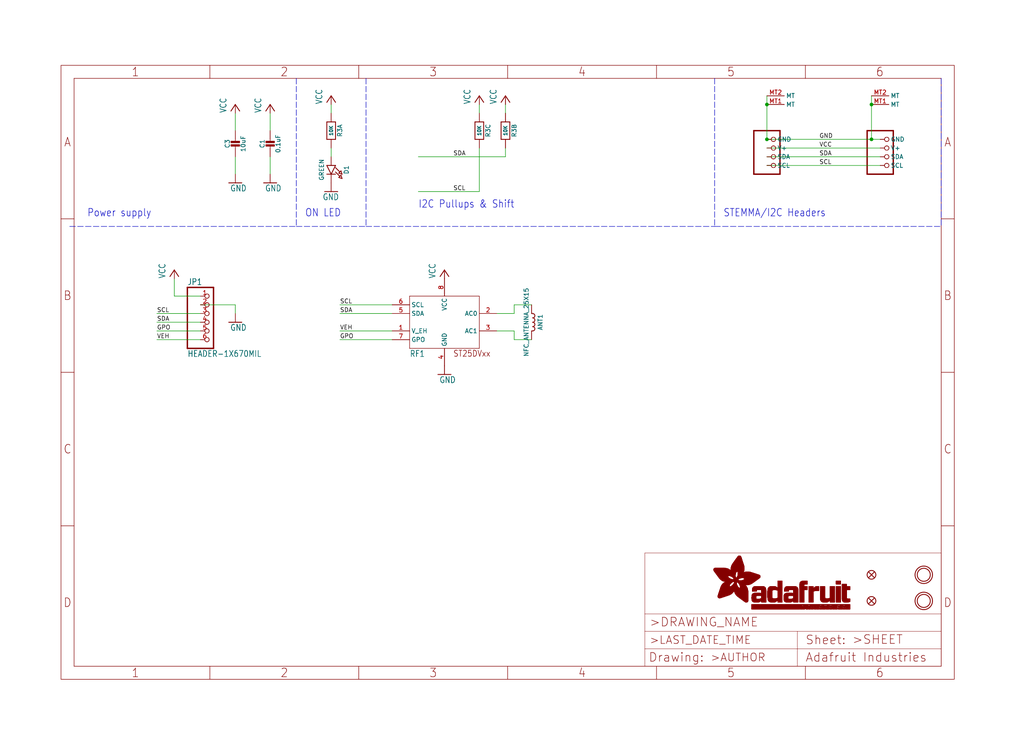
<source format=kicad_sch>
(kicad_sch (version 20211123) (generator eeschema)
  (paper "User" 298.45 217.881)
  (lib_symbols
    (symbol "eagleSchem-eagle-import:CAP_CERAMIC0603_NO"
      (property "Reference" "C" (at -2.29 1.25 90))
      (property "Value" "CAP_CERAMIC0603_NO" (at 2.3 1.25 90))
      (symbol "CAP_CERAMIC0603_NO_1_0"
        (pin passive line (at 0 5.08 270) (length 2.54) (name "1") (number "1"))
        (pin passive line (at 0 -2.54 90) (length 2.54) (name "2") (number "2"))
      )
    )
    (symbol "eagleSchem-eagle-import:CAP_CERAMIC0805-NOOUTLINE"
      (property "Reference" "C" (at -2.29 1.25 90))
      (property "Value" "CAP_CERAMIC0805-NOOUTLINE" (at 2.3 1.25 90))
      (symbol "CAP_CERAMIC0805-NOOUTLINE_1_0"
        (pin passive line (at 0 5.08 270) (length 2.54) (name "1") (number "1"))
        (pin passive line (at 0 -2.54 90) (length 2.54) (name "2") (number "2"))
      )
    )
    (symbol "eagleSchem-eagle-import:FIDUCIAL_1MM")
    (symbol "eagleSchem-eagle-import:FRAME_A4_ADAFRUIT"
      (symbol "FRAME_A4_ADAFRUIT_1_0"
        (text "1" (at 21.6958 1.905 0) (effects (font (size 2.54 2.286))))
        (text "1" (at 21.6958 177.165 0) (effects (font (size 2.54 2.286))))
        (text "2" (at 65.0875 1.905 0) (effects (font (size 2.54 2.286))))
        (text "2" (at 65.0875 177.165 0) (effects (font (size 2.54 2.286))))
        (text "3" (at 108.4792 1.905 0) (effects (font (size 2.54 2.286))))
        (text "3" (at 108.4792 177.165 0) (effects (font (size 2.54 2.286))))
        (text "4" (at 151.8708 1.905 0) (effects (font (size 2.54 2.286))))
        (text "4" (at 151.8708 177.165 0) (effects (font (size 2.54 2.286))))
        (text "5" (at 195.2625 1.905 0) (effects (font (size 2.54 2.286))))
        (text "5" (at 195.2625 177.165 0) (effects (font (size 2.54 2.286))))
        (text "6" (at 238.6542 1.905 0) (effects (font (size 2.54 2.286))))
        (text "6" (at 238.6542 177.165 0) (effects (font (size 2.54 2.286))))
        (text ">AUTHOR" (at 189.23 5.08 0) (effects (font (size 2.286 2.286)) (justify left bottom)))
        (text ">DRAWING_NAME" (at 171.45 15.24 0) (effects (font (size 2.54 2.54)) (justify left bottom)))
        (text ">LAST_DATE_TIME" (at 171.45 10.16 0) (effects (font (size 2.286 2.286)) (justify left bottom)))
        (text ">SHEET" (at 230.505 10.16 0) (effects (font (size 2.54 2.54)) (justify left bottom)))
        (text "A" (at 1.905 156.6863 0) (effects (font (size 2.54 2.286))))
        (text "A" (at 258.445 156.6863 0) (effects (font (size 2.54 2.286))))
        (text "Adafruit Industries" (at 216.916 4.953 0) (effects (font (size 2.54 2.54)) (justify left bottom)))
        (text "B" (at 1.905 111.9188 0) (effects (font (size 2.54 2.286))))
        (text "B" (at 258.445 111.9188 0) (effects (font (size 2.54 2.286))))
        (text "C" (at 1.905 67.1513 0) (effects (font (size 2.54 2.286))))
        (text "C" (at 258.445 67.1513 0) (effects (font (size 2.54 2.286))))
        (text "D" (at 1.905 22.3838 0) (effects (font (size 2.54 2.286))))
        (text "D" (at 258.445 22.3838 0) (effects (font (size 2.54 2.286))))
        (text "Drawing:" (at 171.196 4.953 0) (effects (font (size 2.54 2.54)) (justify left bottom)))
        (text "Sheet:" (at 216.916 10.033 0) (effects (font (size 2.54 2.54)) (justify left bottom)))
      )
    )
    (symbol "eagleSchem-eagle-import:GND" (power)
      (property "Value" "GND" (at -2.54 -2.54 0))
      (symbol "GND_1_0"
        (pin power_in line (at 0 2.54 270) (length 2.54) (name "GND") (number "1"))
      )
    )
    (symbol "eagleSchem-eagle-import:HEADER-1X670MIL"
      (property "Reference" "JP" (at -6.35 10.795 0))
      (property "Value" "HEADER-1X670MIL" (at -6.35 -10.16 0))
      (symbol "HEADER-1X670MIL_1_0"
        (pin passive inverted (at -2.54 7.62 0) (length 2.54) (name "1") (number "1"))
        (pin passive inverted (at -2.54 5.08 0) (length 2.54) (name "2") (number "2"))
        (pin passive inverted (at -2.54 2.54 0) (length 2.54) (name "3") (number "3"))
        (pin passive inverted (at -2.54 0 0) (length 2.54) (name "4") (number "4"))
        (pin passive inverted (at -2.54 -2.54 0) (length 2.54) (name "5") (number "5"))
        (pin passive inverted (at -2.54 -5.08 0) (length 2.54) (name "6") (number "6"))
      )
    )
    (symbol "eagleSchem-eagle-import:LED0603_NOOUTLINE"
      (property "Reference" "D" (at -1.27 4.445 0))
      (property "Value" "LED0603_NOOUTLINE" (at -1.27 -2.794 0))
      (symbol "LED0603_NOOUTLINE_1_0"
        (pin passive line (at -5.08 0 0) (length 2.54) (name "A") (number "A"))
        (pin passive line (at 2.54 0 180) (length 2.54) (name "C") (number "C"))
      )
    )
    (symbol "eagleSchem-eagle-import:MOUNTINGHOLE2.5")
    (symbol "eagleSchem-eagle-import:NFC_ANTENNA_25X15"
      (property "Reference" "ANT" (at 0 2.54 0))
      (property "Value" "NFC_ANTENNA_25X15" (at 0 -1.54 0))
      (symbol "NFC_ANTENNA_25X15_1_0"
        (pin passive line (at -5.08 0 0) (length 2.54) (name "1") (number "P$1"))
        (pin passive line (at 5.08 0 180) (length 2.54) (name "2") (number "P$2"))
      )
    )
    (symbol "eagleSchem-eagle-import:RESISTOR_4PACK"
      (property "Reference" "R" (at 0 2.54 0))
      (property "Value" "RESISTOR_4PACK" (at 0 0 0))
      (symbol "RESISTOR_4PACK_1_0"
        (pin passive line (at -5.08 0 0) (length 2.54) (name "1") (number "1"))
        (pin passive line (at 5.08 0 180) (length 2.54) (name "2") (number "8"))
      )
      (symbol "RESISTOR_4PACK_2_0"
        (pin passive line (at -5.08 0 0) (length 2.54) (name "1") (number "2"))
        (pin passive line (at 5.08 0 180) (length 2.54) (name "2") (number "7"))
      )
      (symbol "RESISTOR_4PACK_3_0"
        (pin passive line (at -5.08 0 0) (length 2.54) (name "1") (number "3"))
        (pin passive line (at 5.08 0 180) (length 2.54) (name "2") (number "6"))
      )
      (symbol "RESISTOR_4PACK_4_0"
        (pin passive line (at -5.08 0 0) (length 2.54) (name "1") (number "4"))
        (pin passive line (at 5.08 0 180) (length 2.54) (name "2") (number "5"))
      )
    )
    (symbol "eagleSchem-eagle-import:ST25DVXX_TSSOP"
      (property "Reference" "RF" (at -10.16 -10.16 0))
      (symbol "ST25DVXX_TSSOP_1_0"
        (text "ST25DVxx" (at 2.54 -10.16 0) (effects (font (size 1.778 1.5113)) (justify left bottom)))
        (pin output line (at -15.24 -2.54 0) (length 5.08) (name "V_EH") (number "1"))
        (pin passive line (at 15.24 2.54 180) (length 5.08) (name "AC0") (number "2"))
        (pin passive line (at 15.24 -2.54 180) (length 5.08) (name "AC1") (number "3"))
        (pin power_in line (at 0 -12.7 90) (length 5.08) (name "GND") (number "4"))
        (pin bidirectional line (at -15.24 2.54 0) (length 5.08) (name "SDA") (number "5"))
        (pin bidirectional line (at -15.24 5.08 0) (length 5.08) (name "SCL") (number "6"))
        (pin output line (at -15.24 -5.08 0) (length 5.08) (name "GPO") (number "7"))
        (pin power_in line (at 0 12.7 270) (length 5.08) (name "VCC") (number "8"))
      )
    )
    (symbol "eagleSchem-eagle-import:STEMMA_I2C_QT"
      (symbol "STEMMA_I2C_QT_1_0"
        (pin passive inverted (at 0 5.08 0) (length 2.54) (name "GND") (number "1"))
        (pin passive inverted (at 0 2.54 0) (length 2.54) (name "V+") (number "2"))
        (pin passive inverted (at 0 0 0) (length 2.54) (name "SDA") (number "3"))
        (pin passive inverted (at 0 -2.54 0) (length 2.54) (name "SCL") (number "4"))
      )
      (symbol "STEMMA_I2C_QT_2_0"
        (pin bidirectional line (at 0 0 0) (length 5.08) (name "MT") (number "MT1"))
      )
      (symbol "STEMMA_I2C_QT_3_0"
        (pin bidirectional line (at 0 0 0) (length 5.08) (name "MT") (number "MT2"))
      )
    )
    (symbol "eagleSchem-eagle-import:VCC" (power)
      (property "Value" "VCC" (at -2.54 -2.54 90))
      (symbol "VCC_1_0"
        (pin power_in line (at 0 -2.54 90) (length 2.54) (name "VCC") (number "1"))
      )
    )
  )
  (junction (at 254 30.48))
  (junction (at 223.52 40.64))
  (junction (at 254 40.64))
  (junction (at 223.52 30.48))
  (wire (pts (xy 99.06 99.06) (xy 114.3 99.06)))
  (wire (pts (xy 139.7 30.48) (xy 139.7 33.02)))
  (wire (pts (xy 154.94 88.9) (xy 149.86 88.9)))
  (polyline (pts (xy 208.28 66.04) (xy 274.32 66.04)))
  (polyline (pts (xy 208.28 22.86) (xy 208.28 66.04)))
  (wire (pts (xy 147.32 33.02) (xy 147.32 30.48)))
  (wire (pts (xy 114.3 96.52) (xy 99.06 96.52)))
  (wire (pts (xy 149.86 96.52) (xy 149.86 99.06)))
  (wire (pts (xy 147.32 43.18) (xy 147.32 45.72)))
  (wire (pts (xy 58.42 99.06) (xy 45.72 99.06)))
  (wire (pts (xy 149.86 88.9) (xy 149.86 91.44)))
  (polyline (pts (xy 274.32 22.86) (xy 274.32 66.04)))
  (polyline (pts (xy 20.32 66.04) (xy 86.36 66.04)))
  (wire (pts (xy 149.86 91.44) (xy 144.78 91.44)))
  (wire (pts (xy 50.8 86.36) (xy 50.8 81.28)))
  (wire (pts (xy 68.58 45.72) (xy 68.58 50.8)))
  (wire (pts (xy 96.52 30.48) (xy 96.52 33.02)))
  (wire (pts (xy 223.52 30.48) (xy 223.52 40.64)))
  (wire (pts (xy 99.06 91.44) (xy 114.3 91.44)))
  (wire (pts (xy 254 40.64) (xy 223.52 40.64)))
  (wire (pts (xy 78.74 33.02) (xy 78.74 38.1)))
  (wire (pts (xy 68.58 88.9) (xy 68.58 91.44)))
  (wire (pts (xy 139.7 43.18) (xy 139.7 55.88)))
  (wire (pts (xy 256.54 40.64) (xy 254 40.64)))
  (polyline (pts (xy 86.36 66.04) (xy 106.68 66.04)))
  (wire (pts (xy 68.58 33.02) (xy 68.58 38.1)))
  (wire (pts (xy 223.52 27.94) (xy 223.52 30.48)))
  (wire (pts (xy 223.52 43.18) (xy 256.54 43.18)))
  (polyline (pts (xy 86.36 22.86) (xy 86.36 66.04)))
  (wire (pts (xy 139.7 55.88) (xy 121.92 55.88)))
  (wire (pts (xy 144.78 96.52) (xy 149.86 96.52)))
  (wire (pts (xy 58.42 91.44) (xy 45.72 91.44)))
  (wire (pts (xy 256.54 45.72) (xy 223.52 45.72)))
  (wire (pts (xy 58.42 96.52) (xy 45.72 96.52)))
  (polyline (pts (xy 106.68 22.86) (xy 106.68 66.04)))
  (wire (pts (xy 254 30.48) (xy 254 40.64)))
  (wire (pts (xy 78.74 45.72) (xy 78.74 50.8)))
  (wire (pts (xy 58.42 86.36) (xy 50.8 86.36)))
  (polyline (pts (xy 106.68 66.04) (xy 208.28 66.04)))
  (wire (pts (xy 58.42 88.9) (xy 68.58 88.9)))
  (wire (pts (xy 254 27.94) (xy 254 30.48)))
  (wire (pts (xy 96.52 45.72) (xy 96.52 43.18)))
  (wire (pts (xy 58.42 93.98) (xy 45.72 93.98)))
  (wire (pts (xy 149.86 99.06) (xy 154.94 99.06)))
  (wire (pts (xy 114.3 88.9) (xy 99.06 88.9)))
  (wire (pts (xy 223.52 48.26) (xy 256.54 48.26)))
  (wire (pts (xy 147.32 45.72) (xy 121.92 45.72)))
  (text "I2C Pullups & Shift" (at 121.92 60.96 180) (effects (font (size 2.1844 1.8567)) (justify left bottom)))
  (text "STEMMA/I2C Headers" (at 210.82 63.5 180) (effects (font (size 2.1844 1.8567)) (justify left bottom)))
  (text "Power supply" (at 25.4 63.5 180) (effects (font (size 2.1844 1.8567)) (justify left bottom)))
  (text "ON LED" (at 88.9 63.5 180) (effects (font (size 2.1844 1.8567)) (justify left bottom)))
  (label "SDA" (at 45.72 93.98 0) (effects (font (size 1.2446 1.2446))))
  (label "SDA" (at 99.06 91.44 0) (effects (font (size 1.2446 1.2446))))
  (label "VEH" (at 99.06 96.52 0) (effects (font (size 1.2446 1.2446))))
  (label "SCL" (at 132.08 55.88 0) (effects (font (size 1.2446 1.2446))))
  (label "VCC" (at 238.76 43.18 0) (effects (font (size 1.2446 1.2446))))
  (label "SCL" (at 238.76 48.26 0) (effects (font (size 1.2446 1.2446))))
  (label "SDA" (at 132.08 45.72 0) (effects (font (size 1.2446 1.2446))))
  (label "VEH" (at 45.72 99.06 0) (effects (font (size 1.2446 1.2446))))
  (label "SDA" (at 238.76 45.72 0) (effects (font (size 1.2446 1.2446))))
  (label "SCL" (at 99.06 88.9 0) (effects (font (size 1.2446 1.2446))))
  (label "GND" (at 238.76 40.64 0) (effects (font (size 1.2446 1.2446))))
  (label "GPO" (at 45.72 96.52 0) (effects (font (size 1.2446 1.2446))))
  (label "SCL" (at 45.72 91.44 0) (effects (font (size 1.2446 1.2446))))
  (label "GPO" (at 99.06 99.06 0) (effects (font (size 1.2446 1.2446))))
  (symbol (lib_id "eagleSchem-eagle-import:CAP_CERAMIC0603_NO") (at 78.74 43.18 0) (unit 1)
    (property "Reference" "C1" (at 76.45 41.93 90))
    (property "Value" "0.1uF" (at 81.04 41.93 90))
    (property "Footprint" "eagleSchem:0603-NO" (effects hide))
  )
  (symbol (lib_id "eagleSchem-eagle-import:VCC") (at 78.74 30.48 0) (unit 1)
    (property "Reference" "#P+6" (effects hide))
    (property "Value" "VCC" (at 76.2 33.02 90) (effects (font (size 1.778 1.5113)) (justify left bottom)))
    (property "Footprint" "eagleSchem:" (effects hide))
  )
  (symbol (lib_id "eagleSchem-eagle-import:STEMMA_I2C_QT") (at 256.54 45.72 0) (unit 1)
    (property "Reference" "CONN4" (effects hide))
    (property "Value" "STEMMA_I2C_QT" (effects hide))
    (property "Footprint" "eagleSchem:JST_SH4" (effects hide))
  )
  (symbol (lib_id "eagleSchem-eagle-import:RESISTOR_4PACK") (at 147.32 38.1 270) (unit 2)
    (property "Reference" "R3" (at 149.86 38.1 0))
    (property "Value" "10K" (at 147.32 38.1 0) (effects (font (size 1.016 1.016) bold)))
    (property "Footprint" "eagleSchem:RESPACK_4X0603" (effects hide))
  )
  (symbol (lib_id "eagleSchem-eagle-import:RESISTOR_4PACK") (at 96.52 38.1 270) (unit 1)
    (property "Reference" "R3" (at 99.06 38.1 0))
    (property "Value" "10K" (at 96.52 38.1 0) (effects (font (size 1.016 1.016) bold)))
    (property "Footprint" "eagleSchem:RESPACK_4X0603" (effects hide))
  )
  (symbol (lib_id "eagleSchem-eagle-import:VCC") (at 139.7 27.94 0) (unit 1)
    (property "Reference" "#P+1" (effects hide))
    (property "Value" "VCC" (at 137.16 30.48 90) (effects (font (size 1.778 1.5113)) (justify left bottom)))
    (property "Footprint" "eagleSchem:" (effects hide))
  )
  (symbol (lib_id "eagleSchem-eagle-import:FIDUCIAL_1MM") (at 254 167.64 0) (unit 1)
    (property "Reference" "FID4" (effects hide))
    (property "Value" "FIDUCIAL_1MM" (effects hide))
    (property "Footprint" "eagleSchem:FIDUCIAL_1MM" (effects hide))
  )
  (symbol (lib_id "eagleSchem-eagle-import:VCC") (at 96.52 27.94 0) (unit 1)
    (property "Reference" "#P+7" (effects hide))
    (property "Value" "VCC" (at 93.98 30.48 90) (effects (font (size 1.778 1.5113)) (justify left bottom)))
    (property "Footprint" "eagleSchem:" (effects hide))
  )
  (symbol (lib_id "eagleSchem-eagle-import:FRAME_A4_ADAFRUIT") (at 17.78 198.12 0) (unit 1)
    (property "Reference" "#U$18" (effects hide))
    (property "Value" "FRAME_A4_ADAFRUIT" (effects hide))
    (property "Footprint" "eagleSchem:" (effects hide))
  )
  (symbol (lib_id "eagleSchem-eagle-import:VCC") (at 50.8 78.74 0) (unit 1)
    (property "Reference" "#P+4" (effects hide))
    (property "Value" "VCC" (at 48.26 81.28 90) (effects (font (size 1.778 1.5113)) (justify left bottom)))
    (property "Footprint" "eagleSchem:" (effects hide))
  )
  (symbol (lib_id "eagleSchem-eagle-import:STEMMA_I2C_QT") (at 223.52 27.94 0) (unit 3)
    (property "Reference" "CONN3" (effects hide))
    (property "Value" "STEMMA_I2C_QT" (effects hide))
    (property "Footprint" "eagleSchem:JST_SH4" (effects hide))
  )
  (symbol (lib_id "eagleSchem-eagle-import:MOUNTINGHOLE2.5") (at 269.24 175.26 0) (unit 1)
    (property "Reference" "U$21" (effects hide))
    (property "Value" "MOUNTINGHOLE2.5" (effects hide))
    (property "Footprint" "eagleSchem:MOUNTINGHOLE_2.5_PLATED" (effects hide))
  )
  (symbol (lib_id "eagleSchem-eagle-import:STEMMA_I2C_QT") (at 254 27.94 0) (unit 3)
    (property "Reference" "CONN4" (effects hide))
    (property "Value" "STEMMA_I2C_QT" (effects hide))
    (property "Footprint" "eagleSchem:JST_SH4" (effects hide))
  )
  (symbol (lib_id "eagleSchem-eagle-import:VCC") (at 129.54 78.74 0) (unit 1)
    (property "Reference" "#P+5" (effects hide))
    (property "Value" "VCC" (at 127 81.28 90) (effects (font (size 1.778 1.5113)) (justify left bottom)))
    (property "Footprint" "eagleSchem:" (effects hide))
  )
  (symbol (lib_id "eagleSchem-eagle-import:VCC") (at 68.58 30.48 0) (unit 1)
    (property "Reference" "#P+3" (effects hide))
    (property "Value" "VCC" (at 66.04 33.02 90) (effects (font (size 1.778 1.5113)) (justify left bottom)))
    (property "Footprint" "eagleSchem:" (effects hide))
  )
  (symbol (lib_id "eagleSchem-eagle-import:GND") (at 96.52 55.88 0) (unit 1)
    (property "Reference" "#GND6" (effects hide))
    (property "Value" "GND" (at 93.98 58.42 0) (effects (font (size 1.778 1.5113)) (justify left bottom)))
    (property "Footprint" "eagleSchem:" (effects hide))
  )
  (symbol (lib_id "eagleSchem-eagle-import:LED0603_NOOUTLINE") (at 96.52 50.8 270) (unit 1)
    (property "Reference" "D1" (at 100.965 49.53 0))
    (property "Value" "GREEN" (at 93.726 49.53 0))
    (property "Footprint" "eagleSchem:CHIPLED_0603_NOOUTLINE" (effects hide))
  )
  (symbol (lib_id "eagleSchem-eagle-import:STEMMA_I2C_QT") (at 223.52 30.48 0) (unit 2)
    (property "Reference" "CONN3" (effects hide))
    (property "Value" "STEMMA_I2C_QT" (effects hide))
    (property "Footprint" "eagleSchem:JST_SH4" (effects hide))
  )
  (symbol (lib_id "eagleSchem-eagle-import:VCC") (at 147.32 27.94 0) (unit 1)
    (property "Reference" "#P+2" (effects hide))
    (property "Value" "VCC" (at 144.78 30.48 90) (effects (font (size 1.778 1.5113)) (justify left bottom)))
    (property "Footprint" "eagleSchem:" (effects hide))
  )
  (symbol (lib_id "eagleSchem-eagle-import:STEMMA_I2C_QT") (at 223.52 45.72 0) (unit 1)
    (property "Reference" "CONN3" (effects hide))
    (property "Value" "STEMMA_I2C_QT" (effects hide))
    (property "Footprint" "eagleSchem:JST_SH4" (effects hide))
  )
  (symbol (lib_id "eagleSchem-eagle-import:NFC_ANTENNA_25X15") (at 154.94 93.98 270) (mirror x) (unit 1)
    (property "Reference" "ANT1" (at 157.48 93.98 0))
    (property "Value" "NFC_ANTENNA_25X15" (at 153.4 93.98 0))
    (property "Footprint" "eagleSchem:NFCANT_25X15" (effects hide))
  )
  (symbol (lib_id "eagleSchem-eagle-import:GND") (at 78.74 53.34 0) (unit 1)
    (property "Reference" "#U$6" (effects hide))
    (property "Value" "GND" (at 77.216 55.88 0) (effects (font (size 1.778 1.5113)) (justify left bottom)))
    (property "Footprint" "eagleSchem:" (effects hide))
  )
  (symbol (lib_id "eagleSchem-eagle-import:FIDUCIAL_1MM") (at 254 175.26 0) (unit 1)
    (property "Reference" "FID3" (effects hide))
    (property "Value" "FIDUCIAL_1MM" (effects hide))
    (property "Footprint" "eagleSchem:FIDUCIAL_1MM" (effects hide))
  )
  (symbol (lib_id "eagleSchem-eagle-import:GND") (at 68.58 93.98 0) (unit 1)
    (property "Reference" "#U$10" (effects hide))
    (property "Value" "GND" (at 67.056 96.52 0) (effects (font (size 1.778 1.5113)) (justify left bottom)))
    (property "Footprint" "eagleSchem:" (effects hide))
  )
  (symbol (lib_id "eagleSchem-eagle-import:CAP_CERAMIC0805-NOOUTLINE") (at 68.58 43.18 0) (unit 1)
    (property "Reference" "C3" (at 66.29 41.93 90))
    (property "Value" "10uF" (at 70.88 41.93 90))
    (property "Footprint" "eagleSchem:0805-NO" (effects hide))
  )
  (symbol (lib_id "eagleSchem-eagle-import:HEADER-1X670MIL") (at 60.96 93.98 0) (unit 1)
    (property "Reference" "JP1" (at 54.61 83.185 0) (effects (font (size 1.778 1.5113)) (justify left bottom)))
    (property "Value" "HEADER-1X670MIL" (at 54.61 104.14 0) (effects (font (size 1.778 1.5113)) (justify left bottom)))
    (property "Footprint" "eagleSchem:1X06_ROUND_70" (effects hide))
  )
  (symbol (lib_id "eagleSchem-eagle-import:GND") (at 129.54 109.22 0) (unit 1)
    (property "Reference" "#U$2" (effects hide))
    (property "Value" "GND" (at 128.016 111.76 0) (effects (font (size 1.778 1.5113)) (justify left bottom)))
    (property "Footprint" "eagleSchem:" (effects hide))
  )
  (symbol (lib_id "eagleSchem-eagle-import:ST25DVXX_TSSOP") (at 129.54 93.98 0) (unit 1)
    (property "Reference" "RF1" (at 119.38 104.14 0) (effects (font (size 1.778 1.5113)) (justify left bottom)))
    (property "Value" "ST25DVXX_TSSOP" (effects hide))
    (property "Footprint" "eagleSchem:TSSOP8-4.4MM" (effects hide))
  )
  (symbol (lib_id "eagleSchem-eagle-import:RESISTOR_4PACK") (at 139.7 38.1 270) (unit 3)
    (property "Reference" "R3" (at 142.24 38.1 0))
    (property "Value" "10K" (at 139.7 38.1 0) (effects (font (size 1.016 1.016) bold)))
    (property "Footprint" "eagleSchem:RESPACK_4X0603" (effects hide))
  )
  (symbol (lib_id "eagleSchem-eagle-import:STEMMA_I2C_QT") (at 254 30.48 0) (unit 2)
    (property "Reference" "CONN4" (effects hide))
    (property "Value" "STEMMA_I2C_QT" (effects hide))
    (property "Footprint" "eagleSchem:JST_SH4" (effects hide))
  )
  (symbol (lib_id "eagleSchem-eagle-import:MOUNTINGHOLE2.5") (at 269.24 167.64 0) (unit 1)
    (property "Reference" "U$19" (effects hide))
    (property "Value" "MOUNTINGHOLE2.5" (effects hide))
    (property "Footprint" "eagleSchem:MOUNTINGHOLE_2.5_PLATED" (effects hide))
  )
  (symbol (lib_id "eagleSchem-eagle-import:GND") (at 68.58 53.34 0) (unit 1)
    (property "Reference" "#U$5" (effects hide))
    (property "Value" "GND" (at 67.056 55.88 0) (effects (font (size 1.778 1.5113)) (justify left bottom)))
    (property "Footprint" "eagleSchem:" (effects hide))
  )
)
</source>
